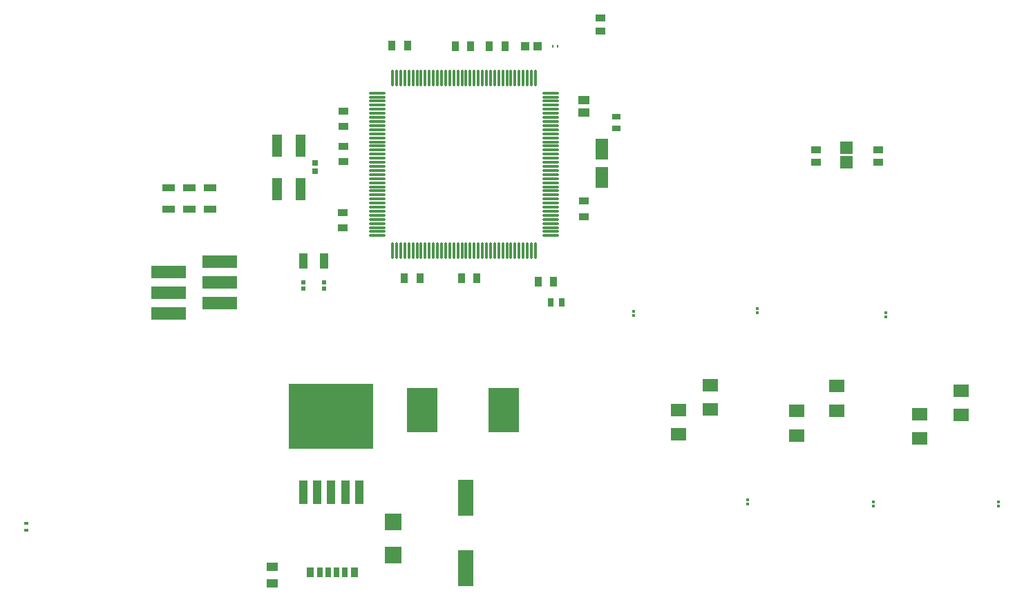
<source format=gtp>
G04*
G04 #@! TF.GenerationSoftware,Altium Limited,CircuitMaker,2.3.0 (2.3.0.3)*
G04*
G04 Layer_Color=7318015*
%FSLAX25Y25*%
%MOIN*%
G70*
G04*
G04 #@! TF.SameCoordinates,2CE33893-7A16-41D8-AC82-33CA6B9F0197*
G04*
G04*
G04 #@! TF.FilePolarity,Positive*
G04*
G01*
G75*
%ADD18R,0.05315X0.03937*%
%ADD19O,0.01181X0.08268*%
%ADD20O,0.08268X0.01181*%
%ADD21R,0.06102X0.03543*%
G04:AMPARAMS|DCode=22|XSize=39.37mil|YSize=28.35mil|CornerRadius=3.54mil|HoleSize=0mil|Usage=FLASHONLY|Rotation=270.000|XOffset=0mil|YOffset=0mil|HoleType=Round|Shape=RoundedRectangle|*
%AMROUNDEDRECTD22*
21,1,0.03937,0.02126,0,0,270.0*
21,1,0.03228,0.02835,0,0,270.0*
1,1,0.00709,-0.01063,-0.01614*
1,1,0.00709,-0.01063,0.01614*
1,1,0.00709,0.01063,0.01614*
1,1,0.00709,0.01063,-0.01614*
%
%ADD22ROUNDEDRECTD22*%
%ADD23R,0.03543X0.05118*%
%ADD24R,0.02047X0.02205*%
%ADD25R,0.05315X0.04134*%
%ADD26R,0.06299X0.09842*%
%ADD27R,0.05118X0.03543*%
%ADD28R,0.04331X0.07480*%
%ADD29R,0.02126X0.01732*%
%ADD30R,0.05118X0.03543*%
%ADD31R,0.07480X0.17323*%
%ADD32R,0.02559X0.02559*%
%ADD33R,0.05118X0.10630*%
%ADD34R,0.03200X0.05000*%
%ADD35R,0.02800X0.05000*%
%ADD36R,0.03000X0.05000*%
G04:AMPARAMS|DCode=37|XSize=39.37mil|YSize=28.35mil|CornerRadius=3.54mil|HoleSize=0mil|Usage=FLASHONLY|Rotation=0.000|XOffset=0mil|YOffset=0mil|HoleType=Round|Shape=RoundedRectangle|*
%AMROUNDEDRECTD37*
21,1,0.03937,0.02126,0,0,0.0*
21,1,0.03228,0.02835,0,0,0.0*
1,1,0.00709,0.01614,-0.01063*
1,1,0.00709,-0.01614,-0.01063*
1,1,0.00709,-0.01614,0.01063*
1,1,0.00709,0.01614,0.01063*
%
%ADD37ROUNDEDRECTD37*%
%ADD38R,0.03937X0.11417*%
%ADD39R,0.40945X0.31496*%
%ADD40R,0.15157X0.21654*%
%ADD41R,0.00984X0.01378*%
%ADD42R,0.04134X0.03937*%
%ADD43R,0.07874X0.07874*%
%ADD44R,0.07480X0.05905*%
%ADD45R,0.06102X0.06102*%
%ADD46R,0.01200X0.01400*%
%ADD47R,0.16535X0.05905*%
D18*
X138500Y-303965D02*
D03*
Y-311937D02*
D03*
D19*
X196551Y-67768D02*
D03*
X198520D02*
D03*
X200488D02*
D03*
X202457D02*
D03*
X204425D02*
D03*
X206394D02*
D03*
X208362D02*
D03*
X210331D02*
D03*
X212299D02*
D03*
X214268D02*
D03*
X216236D02*
D03*
X218205D02*
D03*
X220173D02*
D03*
X222142D02*
D03*
X224110D02*
D03*
X226079D02*
D03*
X228047D02*
D03*
X230016D02*
D03*
X231984D02*
D03*
X233953D02*
D03*
X235921D02*
D03*
X237890D02*
D03*
X239858D02*
D03*
X241827D02*
D03*
X243795D02*
D03*
X245764D02*
D03*
X247732D02*
D03*
X249701D02*
D03*
X251669D02*
D03*
X253638D02*
D03*
X255606D02*
D03*
X257575D02*
D03*
X259543D02*
D03*
X261512D02*
D03*
X263480D02*
D03*
X265449D02*
D03*
Y-151232D02*
D03*
X263480D02*
D03*
X261512D02*
D03*
X259543D02*
D03*
X257575D02*
D03*
X255606D02*
D03*
X253638D02*
D03*
X251669D02*
D03*
X249701D02*
D03*
X247732D02*
D03*
X245764D02*
D03*
X243795D02*
D03*
X241827D02*
D03*
X239858D02*
D03*
X237890D02*
D03*
X235921D02*
D03*
X233953D02*
D03*
X231984D02*
D03*
X230016D02*
D03*
X228047D02*
D03*
X226079D02*
D03*
X224110D02*
D03*
X222142D02*
D03*
X220173D02*
D03*
X218205D02*
D03*
X216236D02*
D03*
X214268D02*
D03*
X212299D02*
D03*
X210331D02*
D03*
X208362D02*
D03*
X206394D02*
D03*
X204425D02*
D03*
X202457D02*
D03*
X200488D02*
D03*
X198520D02*
D03*
X196551D02*
D03*
D20*
X272732Y-75051D02*
D03*
Y-77020D02*
D03*
Y-78988D02*
D03*
Y-80957D02*
D03*
Y-82925D02*
D03*
Y-84894D02*
D03*
Y-86862D02*
D03*
Y-88831D02*
D03*
Y-90799D02*
D03*
Y-92768D02*
D03*
Y-94736D02*
D03*
Y-96705D02*
D03*
Y-98673D02*
D03*
Y-100642D02*
D03*
Y-102610D02*
D03*
Y-104579D02*
D03*
Y-106547D02*
D03*
Y-108516D02*
D03*
Y-110484D02*
D03*
Y-112453D02*
D03*
Y-114421D02*
D03*
Y-116390D02*
D03*
Y-118358D02*
D03*
Y-120327D02*
D03*
Y-122295D02*
D03*
Y-124264D02*
D03*
Y-126232D02*
D03*
Y-128201D02*
D03*
Y-130169D02*
D03*
Y-132138D02*
D03*
Y-134106D02*
D03*
Y-136075D02*
D03*
Y-138043D02*
D03*
Y-140012D02*
D03*
Y-141980D02*
D03*
Y-143949D02*
D03*
X189268D02*
D03*
Y-141980D02*
D03*
Y-140012D02*
D03*
Y-138043D02*
D03*
Y-136075D02*
D03*
Y-134106D02*
D03*
Y-132138D02*
D03*
Y-130169D02*
D03*
Y-128201D02*
D03*
Y-126232D02*
D03*
Y-124264D02*
D03*
Y-122295D02*
D03*
Y-120327D02*
D03*
Y-118358D02*
D03*
Y-116390D02*
D03*
Y-114421D02*
D03*
Y-112453D02*
D03*
Y-110484D02*
D03*
Y-108516D02*
D03*
Y-106547D02*
D03*
Y-104579D02*
D03*
Y-102610D02*
D03*
Y-100642D02*
D03*
Y-98673D02*
D03*
Y-96705D02*
D03*
Y-94736D02*
D03*
Y-92768D02*
D03*
Y-90799D02*
D03*
Y-88831D02*
D03*
Y-86862D02*
D03*
Y-84894D02*
D03*
Y-82925D02*
D03*
Y-80957D02*
D03*
Y-78988D02*
D03*
Y-77020D02*
D03*
Y-75051D02*
D03*
D21*
X88500Y-120783D02*
D03*
Y-131217D02*
D03*
X108500D02*
D03*
Y-120783D02*
D03*
X98500Y-131217D02*
D03*
Y-120783D02*
D03*
D22*
X272744Y-176000D02*
D03*
X278256D02*
D03*
D23*
X274240Y-166000D02*
D03*
X266760D02*
D03*
X243260Y-52500D02*
D03*
X250740D02*
D03*
X209740Y-164500D02*
D03*
X202260D02*
D03*
X237240D02*
D03*
X229760D02*
D03*
X203740Y-52000D02*
D03*
X196260D02*
D03*
X234240Y-52500D02*
D03*
X226760D02*
D03*
D24*
X163500Y-166508D02*
D03*
Y-169500D02*
D03*
X153500Y-166504D02*
D03*
Y-169496D02*
D03*
D25*
X289000Y-84453D02*
D03*
Y-78547D02*
D03*
D26*
X297500Y-115886D02*
D03*
Y-102110D02*
D03*
D27*
X289000Y-134740D02*
D03*
Y-127260D02*
D03*
X173000Y-83760D02*
D03*
Y-91240D02*
D03*
Y-100760D02*
D03*
Y-108240D02*
D03*
X172500Y-140240D02*
D03*
Y-132760D02*
D03*
D28*
X153657Y-156000D02*
D03*
X163500D02*
D03*
D29*
X20000Y-286272D02*
D03*
Y-282728D02*
D03*
D30*
X431000Y-102449D02*
D03*
Y-108551D02*
D03*
X297000Y-45051D02*
D03*
Y-38949D02*
D03*
X401000Y-102449D02*
D03*
Y-108551D02*
D03*
D31*
X232000Y-304626D02*
D03*
Y-270374D02*
D03*
D32*
X159186Y-108892D02*
D03*
Y-112829D02*
D03*
D33*
X140988Y-121500D02*
D03*
X152012D02*
D03*
X140988Y-100500D02*
D03*
X152012D02*
D03*
D34*
X178300Y-306500D02*
D03*
X156700D02*
D03*
D35*
X173500D02*
D03*
X169500D02*
D03*
D36*
X165500D02*
D03*
X161500D02*
D03*
D37*
X304500Y-86500D02*
D03*
Y-92012D02*
D03*
D38*
X153614Y-267925D02*
D03*
X160307D02*
D03*
X167000D02*
D03*
X173693D02*
D03*
X180386D02*
D03*
D39*
X167000Y-231114D02*
D03*
D40*
X250185Y-228000D02*
D03*
X210815D02*
D03*
D41*
X276165Y-52500D02*
D03*
X274000D02*
D03*
D42*
X266453D02*
D03*
X260547D02*
D03*
D43*
X197000Y-282252D02*
D03*
Y-298000D02*
D03*
D44*
X451000Y-230000D02*
D03*
Y-241811D02*
D03*
X471000Y-230500D02*
D03*
Y-218689D02*
D03*
X391500Y-228594D02*
D03*
Y-240406D02*
D03*
X334500Y-228095D02*
D03*
Y-239906D02*
D03*
X411000Y-228405D02*
D03*
Y-216595D02*
D03*
X350000Y-227906D02*
D03*
Y-216094D02*
D03*
D45*
X415500Y-108642D02*
D03*
Y-101358D02*
D03*
D46*
X489000Y-274501D02*
D03*
Y-272500D02*
D03*
X434500Y-181000D02*
D03*
Y-183001D02*
D03*
X428500Y-274500D02*
D03*
Y-272499D02*
D03*
X368000Y-273500D02*
D03*
Y-271499D02*
D03*
X372500Y-179000D02*
D03*
Y-181001D02*
D03*
X313000Y-180500D02*
D03*
Y-182501D02*
D03*
D47*
X88500Y-161500D02*
D03*
Y-181500D02*
D03*
Y-171500D02*
D03*
X113303Y-166500D02*
D03*
Y-176500D02*
D03*
Y-156500D02*
D03*
M02*

</source>
